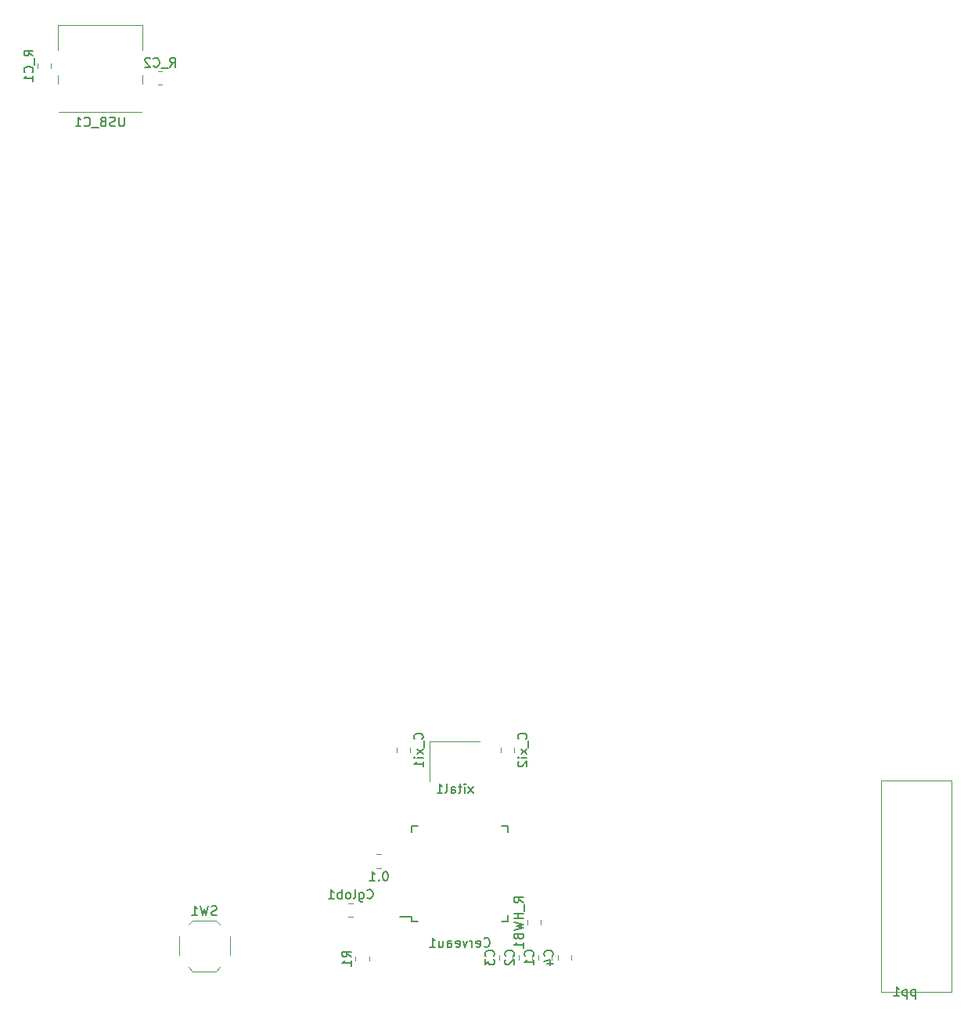
<source format=gbr>
%TF.GenerationSoftware,KiCad,Pcbnew,6.0.2+dfsg-1*%
%TF.CreationDate,2023-05-02T18:44:16+02:00*%
%TF.ProjectId,keyboard2_ctrl,6b657962-6f61-4726-9432-5f6374726c2e,rev?*%
%TF.SameCoordinates,Original*%
%TF.FileFunction,Legend,Bot*%
%TF.FilePolarity,Positive*%
%FSLAX46Y46*%
G04 Gerber Fmt 4.6, Leading zero omitted, Abs format (unit mm)*
G04 Created by KiCad (PCBNEW 6.0.2+dfsg-1) date 2023-05-02 18:44:16*
%MOMM*%
%LPD*%
G01*
G04 APERTURE LIST*
%ADD10C,0.150000*%
%ADD11C,0.120000*%
G04 APERTURE END LIST*
D10*
%TO.C,R_C1*%
X56213740Y-25988916D02*
X55737550Y-25655583D01*
X56213740Y-25417488D02*
X55213740Y-25417488D01*
X55213740Y-25798440D01*
X55261360Y-25893678D01*
X55308979Y-25941297D01*
X55404217Y-25988916D01*
X55547074Y-25988916D01*
X55642312Y-25941297D01*
X55689931Y-25893678D01*
X55737550Y-25798440D01*
X55737550Y-25417488D01*
X56308979Y-26179393D02*
X56308979Y-26941297D01*
X56118502Y-27750821D02*
X56166121Y-27703202D01*
X56213740Y-27560345D01*
X56213740Y-27465107D01*
X56166121Y-27322250D01*
X56070883Y-27227012D01*
X55975645Y-27179393D01*
X55785169Y-27131774D01*
X55642312Y-27131774D01*
X55451836Y-27179393D01*
X55356598Y-27227012D01*
X55261360Y-27322250D01*
X55213740Y-27465107D01*
X55213740Y-27560345D01*
X55261360Y-27703202D01*
X55308979Y-27750821D01*
X56213740Y-28703202D02*
X56213740Y-28131774D01*
X56213740Y-28417488D02*
X55213740Y-28417488D01*
X55356598Y-28322250D01*
X55451836Y-28227012D01*
X55499455Y-28131774D01*
%TO.C,xital1*%
X103819332Y-105706228D02*
X103295522Y-105039562D01*
X103819332Y-105039562D02*
X103295522Y-105706228D01*
X102914570Y-105706228D02*
X102914570Y-105039562D01*
X102914570Y-104706228D02*
X102962189Y-104753848D01*
X102914570Y-104801467D01*
X102866951Y-104753848D01*
X102914570Y-104706228D01*
X102914570Y-104801467D01*
X102581237Y-105039562D02*
X102200284Y-105039562D01*
X102438380Y-104706228D02*
X102438380Y-105563371D01*
X102390761Y-105658609D01*
X102295522Y-105706228D01*
X102200284Y-105706228D01*
X101438380Y-105706228D02*
X101438380Y-105182419D01*
X101485999Y-105087181D01*
X101581237Y-105039562D01*
X101771713Y-105039562D01*
X101866951Y-105087181D01*
X101438380Y-105658609D02*
X101533618Y-105706228D01*
X101771713Y-105706228D01*
X101866951Y-105658609D01*
X101914570Y-105563371D01*
X101914570Y-105468133D01*
X101866951Y-105372895D01*
X101771713Y-105325276D01*
X101533618Y-105325276D01*
X101438380Y-105277657D01*
X100819332Y-105706228D02*
X100914570Y-105658609D01*
X100962189Y-105563371D01*
X100962189Y-104706228D01*
X99914570Y-105706228D02*
X100485999Y-105706228D01*
X100200284Y-105706228D02*
X100200284Y-104706228D01*
X100295522Y-104849086D01*
X100390761Y-104944324D01*
X100485999Y-104991943D01*
%TO.C,C_xi1*%
X98302598Y-99854632D02*
X98350217Y-99807013D01*
X98397836Y-99664156D01*
X98397836Y-99568918D01*
X98350217Y-99426061D01*
X98254979Y-99330823D01*
X98159741Y-99283204D01*
X97969265Y-99235585D01*
X97826408Y-99235585D01*
X97635932Y-99283204D01*
X97540694Y-99330823D01*
X97445456Y-99426061D01*
X97397836Y-99568918D01*
X97397836Y-99664156D01*
X97445456Y-99807013D01*
X97493075Y-99854632D01*
X98493075Y-100045109D02*
X98493075Y-100807013D01*
X98397836Y-100949870D02*
X97731170Y-101473680D01*
X97731170Y-100949870D02*
X98397836Y-101473680D01*
X98397836Y-101854632D02*
X97731170Y-101854632D01*
X97397836Y-101854632D02*
X97445456Y-101807013D01*
X97493075Y-101854632D01*
X97445456Y-101902251D01*
X97397836Y-101854632D01*
X97493075Y-101854632D01*
X98397836Y-102854632D02*
X98397836Y-102283204D01*
X98397836Y-102568918D02*
X97397836Y-102568918D01*
X97540694Y-102473680D01*
X97635932Y-102378442D01*
X97683551Y-102283204D01*
%TO.C,C1*%
X110287831Y-123319424D02*
X110335450Y-123271805D01*
X110383069Y-123128948D01*
X110383069Y-123033710D01*
X110335450Y-122890852D01*
X110240212Y-122795614D01*
X110144974Y-122747995D01*
X109954498Y-122700376D01*
X109811641Y-122700376D01*
X109621165Y-122747995D01*
X109525927Y-122795614D01*
X109430689Y-122890852D01*
X109383069Y-123033710D01*
X109383069Y-123128948D01*
X109430689Y-123271805D01*
X109478308Y-123319424D01*
X110383069Y-124271805D02*
X110383069Y-123700376D01*
X110383069Y-123986091D02*
X109383069Y-123986091D01*
X109525927Y-123890852D01*
X109621165Y-123795614D01*
X109668784Y-123700376D01*
%TO.C,pp1*%
X151667324Y-126967235D02*
X151667324Y-127967235D01*
X151667324Y-127014854D02*
X151572086Y-126967235D01*
X151381609Y-126967235D01*
X151286371Y-127014854D01*
X151238752Y-127062473D01*
X151191133Y-127157711D01*
X151191133Y-127443425D01*
X151238752Y-127538663D01*
X151286371Y-127586282D01*
X151381609Y-127633901D01*
X151572086Y-127633901D01*
X151667324Y-127586282D01*
X150762562Y-126967235D02*
X150762562Y-127967235D01*
X150762562Y-127014854D02*
X150667324Y-126967235D01*
X150476847Y-126967235D01*
X150381609Y-127014854D01*
X150333990Y-127062473D01*
X150286371Y-127157711D01*
X150286371Y-127443425D01*
X150333990Y-127538663D01*
X150381609Y-127586282D01*
X150476847Y-127633901D01*
X150667324Y-127633901D01*
X150762562Y-127586282D01*
X149333990Y-127633901D02*
X149905419Y-127633901D01*
X149619705Y-127633901D02*
X149619705Y-126633901D01*
X149714943Y-126776759D01*
X149810181Y-126871997D01*
X149905419Y-126919616D01*
%TO.C,C2*%
X108161124Y-123319424D02*
X108208743Y-123271805D01*
X108256362Y-123128948D01*
X108256362Y-123033710D01*
X108208743Y-122890852D01*
X108113505Y-122795614D01*
X108018267Y-122747995D01*
X107827791Y-122700376D01*
X107684934Y-122700376D01*
X107494458Y-122747995D01*
X107399220Y-122795614D01*
X107303982Y-122890852D01*
X107256362Y-123033710D01*
X107256362Y-123128948D01*
X107303982Y-123271805D01*
X107351601Y-123319424D01*
X107351601Y-123700376D02*
X107303982Y-123747995D01*
X107256362Y-123843233D01*
X107256362Y-124081329D01*
X107303982Y-124176567D01*
X107351601Y-124224186D01*
X107446839Y-124271805D01*
X107542077Y-124271805D01*
X107684934Y-124224186D01*
X108256362Y-123652757D01*
X108256362Y-124271805D01*
%TO.C,Cerveau1*%
X104993858Y-122260458D02*
X105041477Y-122308077D01*
X105184334Y-122355696D01*
X105279572Y-122355696D01*
X105422430Y-122308077D01*
X105517668Y-122212839D01*
X105565287Y-122117601D01*
X105612906Y-121927125D01*
X105612906Y-121784268D01*
X105565287Y-121593792D01*
X105517668Y-121498554D01*
X105422430Y-121403316D01*
X105279572Y-121355696D01*
X105184334Y-121355696D01*
X105041477Y-121403316D01*
X104993858Y-121450935D01*
X104184334Y-122308077D02*
X104279572Y-122355696D01*
X104470049Y-122355696D01*
X104565287Y-122308077D01*
X104612906Y-122212839D01*
X104612906Y-121831887D01*
X104565287Y-121736649D01*
X104470049Y-121689030D01*
X104279572Y-121689030D01*
X104184334Y-121736649D01*
X104136715Y-121831887D01*
X104136715Y-121927125D01*
X104612906Y-122022363D01*
X103708144Y-122355696D02*
X103708144Y-121689030D01*
X103708144Y-121879506D02*
X103660525Y-121784268D01*
X103612906Y-121736649D01*
X103517668Y-121689030D01*
X103422430Y-121689030D01*
X103184334Y-121689030D02*
X102946239Y-122355696D01*
X102708144Y-121689030D01*
X101946239Y-122308077D02*
X102041477Y-122355696D01*
X102231953Y-122355696D01*
X102327191Y-122308077D01*
X102374811Y-122212839D01*
X102374811Y-121831887D01*
X102327191Y-121736649D01*
X102231953Y-121689030D01*
X102041477Y-121689030D01*
X101946239Y-121736649D01*
X101898620Y-121831887D01*
X101898620Y-121927125D01*
X102374811Y-122022363D01*
X101041477Y-122355696D02*
X101041477Y-121831887D01*
X101089096Y-121736649D01*
X101184334Y-121689030D01*
X101374811Y-121689030D01*
X101470049Y-121736649D01*
X101041477Y-122308077D02*
X101136715Y-122355696D01*
X101374811Y-122355696D01*
X101470049Y-122308077D01*
X101517668Y-122212839D01*
X101517668Y-122117601D01*
X101470049Y-122022363D01*
X101374811Y-121974744D01*
X101136715Y-121974744D01*
X101041477Y-121927125D01*
X100136715Y-121689030D02*
X100136715Y-122355696D01*
X100565287Y-121689030D02*
X100565287Y-122212839D01*
X100517668Y-122308077D01*
X100422430Y-122355696D01*
X100279572Y-122355696D01*
X100184334Y-122308077D01*
X100136715Y-122260458D01*
X99136715Y-122355696D02*
X99708144Y-122355696D01*
X99422430Y-122355696D02*
X99422430Y-121355696D01*
X99517668Y-121498554D01*
X99612906Y-121593792D01*
X99708144Y-121641411D01*
%TO.C,SW1*%
X76074039Y-118875525D02*
X75931182Y-118923144D01*
X75693086Y-118923144D01*
X75597848Y-118875525D01*
X75550229Y-118827906D01*
X75502610Y-118732668D01*
X75502610Y-118637430D01*
X75550229Y-118542192D01*
X75597848Y-118494573D01*
X75693086Y-118446954D01*
X75883563Y-118399335D01*
X75978801Y-118351716D01*
X76026420Y-118304097D01*
X76074039Y-118208859D01*
X76074039Y-118113621D01*
X76026420Y-118018383D01*
X75978801Y-117970764D01*
X75883563Y-117923144D01*
X75645467Y-117923144D01*
X75502610Y-117970764D01*
X75169277Y-117923144D02*
X74931182Y-118923144D01*
X74740706Y-118208859D01*
X74550229Y-118923144D01*
X74312134Y-117923144D01*
X73407372Y-118923144D02*
X73978801Y-118923144D01*
X73693086Y-118923144D02*
X73693086Y-117923144D01*
X73788325Y-118066002D01*
X73883563Y-118161240D01*
X73978801Y-118208859D01*
%TO.C,C_xi2*%
X109543491Y-99855828D02*
X109591110Y-99808209D01*
X109638729Y-99665352D01*
X109638729Y-99570114D01*
X109591110Y-99427257D01*
X109495872Y-99332019D01*
X109400634Y-99284400D01*
X109210158Y-99236781D01*
X109067301Y-99236781D01*
X108876825Y-99284400D01*
X108781587Y-99332019D01*
X108686349Y-99427257D01*
X108638729Y-99570114D01*
X108638729Y-99665352D01*
X108686349Y-99808209D01*
X108733968Y-99855828D01*
X109733968Y-100046305D02*
X109733968Y-100808209D01*
X109638729Y-100951066D02*
X108972063Y-101474876D01*
X108972063Y-100951066D02*
X109638729Y-101474876D01*
X109638729Y-101855828D02*
X108972063Y-101855828D01*
X108638729Y-101855828D02*
X108686349Y-101808209D01*
X108733968Y-101855828D01*
X108686349Y-101903447D01*
X108638729Y-101855828D01*
X108733968Y-101855828D01*
X108733968Y-102284400D02*
X108686349Y-102332019D01*
X108638729Y-102427257D01*
X108638729Y-102665352D01*
X108686349Y-102760590D01*
X108733968Y-102808209D01*
X108829206Y-102855828D01*
X108924444Y-102855828D01*
X109067301Y-102808209D01*
X109638729Y-102236781D01*
X109638729Y-102855828D01*
%TO.C,R_C2*%
X71000541Y-27184972D02*
X71333874Y-26708782D01*
X71571969Y-27184972D02*
X71571969Y-26184972D01*
X71191017Y-26184972D01*
X71095779Y-26232592D01*
X71048160Y-26280211D01*
X71000541Y-26375449D01*
X71000541Y-26518306D01*
X71048160Y-26613544D01*
X71095779Y-26661163D01*
X71191017Y-26708782D01*
X71571969Y-26708782D01*
X70810064Y-27280211D02*
X70048160Y-27280211D01*
X69238636Y-27089734D02*
X69286255Y-27137353D01*
X69429112Y-27184972D01*
X69524350Y-27184972D01*
X69667207Y-27137353D01*
X69762445Y-27042115D01*
X69810064Y-26946877D01*
X69857683Y-26756401D01*
X69857683Y-26613544D01*
X69810064Y-26423068D01*
X69762445Y-26327830D01*
X69667207Y-26232592D01*
X69524350Y-26184972D01*
X69429112Y-26184972D01*
X69286255Y-26232592D01*
X69238636Y-26280211D01*
X68857683Y-26280211D02*
X68810064Y-26232592D01*
X68714826Y-26184972D01*
X68476731Y-26184972D01*
X68381493Y-26232592D01*
X68333874Y-26280211D01*
X68286255Y-26375449D01*
X68286255Y-26470687D01*
X68333874Y-26613544D01*
X68905302Y-27184972D01*
X68286255Y-27184972D01*
%TO.C,USB_C1*%
X66081961Y-32605766D02*
X66081961Y-33415290D01*
X66034342Y-33510528D01*
X65986723Y-33558147D01*
X65891485Y-33605766D01*
X65701009Y-33605766D01*
X65605771Y-33558147D01*
X65558152Y-33510528D01*
X65510533Y-33415290D01*
X65510533Y-32605766D01*
X65081961Y-33558147D02*
X64939104Y-33605766D01*
X64701009Y-33605766D01*
X64605771Y-33558147D01*
X64558152Y-33510528D01*
X64510533Y-33415290D01*
X64510533Y-33320052D01*
X64558152Y-33224814D01*
X64605771Y-33177195D01*
X64701009Y-33129576D01*
X64891485Y-33081957D01*
X64986723Y-33034338D01*
X65034342Y-32986719D01*
X65081961Y-32891481D01*
X65081961Y-32796243D01*
X65034342Y-32701005D01*
X64986723Y-32653386D01*
X64891485Y-32605766D01*
X64653390Y-32605766D01*
X64510533Y-32653386D01*
X63748628Y-33081957D02*
X63605771Y-33129576D01*
X63558152Y-33177195D01*
X63510533Y-33272433D01*
X63510533Y-33415290D01*
X63558152Y-33510528D01*
X63605771Y-33558147D01*
X63701009Y-33605766D01*
X64081961Y-33605766D01*
X64081961Y-32605766D01*
X63748628Y-32605766D01*
X63653390Y-32653386D01*
X63605771Y-32701005D01*
X63558152Y-32796243D01*
X63558152Y-32891481D01*
X63605771Y-32986719D01*
X63653390Y-33034338D01*
X63748628Y-33081957D01*
X64081961Y-33081957D01*
X63320056Y-33701005D02*
X62558152Y-33701005D01*
X61748628Y-33510528D02*
X61796247Y-33558147D01*
X61939104Y-33605766D01*
X62034342Y-33605766D01*
X62177199Y-33558147D01*
X62272437Y-33462909D01*
X62320056Y-33367671D01*
X62367675Y-33177195D01*
X62367675Y-33034338D01*
X62320056Y-32843862D01*
X62272437Y-32748624D01*
X62177199Y-32653386D01*
X62034342Y-32605766D01*
X61939104Y-32605766D01*
X61796247Y-32653386D01*
X61748628Y-32701005D01*
X60796247Y-33605766D02*
X61367675Y-33605766D01*
X61081961Y-33605766D02*
X61081961Y-32605766D01*
X61177199Y-32748624D01*
X61272437Y-32843862D01*
X61367675Y-32891481D01*
%TO.C,C4*%
X112392384Y-123319424D02*
X112440003Y-123271805D01*
X112487622Y-123128948D01*
X112487622Y-123033710D01*
X112440003Y-122890852D01*
X112344765Y-122795614D01*
X112249527Y-122747995D01*
X112059051Y-122700376D01*
X111916194Y-122700376D01*
X111725718Y-122747995D01*
X111630480Y-122795614D01*
X111535242Y-122890852D01*
X111487622Y-123033710D01*
X111487622Y-123128948D01*
X111535242Y-123271805D01*
X111582861Y-123319424D01*
X111820956Y-124176567D02*
X112487622Y-124176567D01*
X111440003Y-123938471D02*
X112154289Y-123700376D01*
X112154289Y-124319424D01*
%TO.C,0.1*%
X94375112Y-114188340D02*
X94279874Y-114188340D01*
X94184636Y-114235960D01*
X94137017Y-114283579D01*
X94089398Y-114378817D01*
X94041779Y-114569293D01*
X94041779Y-114807388D01*
X94089398Y-114997864D01*
X94137017Y-115093102D01*
X94184636Y-115140721D01*
X94279874Y-115188340D01*
X94375112Y-115188340D01*
X94470350Y-115140721D01*
X94517969Y-115093102D01*
X94565588Y-114997864D01*
X94613208Y-114807388D01*
X94613208Y-114569293D01*
X94565588Y-114378817D01*
X94517969Y-114283579D01*
X94470350Y-114235960D01*
X94375112Y-114188340D01*
X93613208Y-115093102D02*
X93565588Y-115140721D01*
X93613208Y-115188340D01*
X93660827Y-115140721D01*
X93613208Y-115093102D01*
X93613208Y-115188340D01*
X92613208Y-115188340D02*
X93184636Y-115188340D01*
X92898922Y-115188340D02*
X92898922Y-114188340D01*
X92994160Y-114331198D01*
X93089398Y-114426436D01*
X93184636Y-114474055D01*
%TO.C,R_HWB1*%
X109230139Y-117524777D02*
X108753949Y-117191444D01*
X109230139Y-116953349D02*
X108230139Y-116953349D01*
X108230139Y-117334301D01*
X108277759Y-117429539D01*
X108325378Y-117477158D01*
X108420616Y-117524777D01*
X108563473Y-117524777D01*
X108658711Y-117477158D01*
X108706330Y-117429539D01*
X108753949Y-117334301D01*
X108753949Y-116953349D01*
X109325378Y-117715254D02*
X109325378Y-118477158D01*
X109230139Y-118715254D02*
X108230139Y-118715254D01*
X108706330Y-118715254D02*
X108706330Y-119286682D01*
X109230139Y-119286682D02*
X108230139Y-119286682D01*
X108230139Y-119667635D02*
X109230139Y-119905730D01*
X108515854Y-120096206D01*
X109230139Y-120286682D01*
X108230139Y-120524777D01*
X108706330Y-121239063D02*
X108753949Y-121381920D01*
X108801568Y-121429539D01*
X108896806Y-121477158D01*
X109039663Y-121477158D01*
X109134901Y-121429539D01*
X109182520Y-121381920D01*
X109230139Y-121286682D01*
X109230139Y-120905730D01*
X108230139Y-120905730D01*
X108230139Y-121239063D01*
X108277759Y-121334301D01*
X108325378Y-121381920D01*
X108420616Y-121429539D01*
X108515854Y-121429539D01*
X108611092Y-121381920D01*
X108658711Y-121334301D01*
X108706330Y-121239063D01*
X108706330Y-120905730D01*
X109230139Y-122429539D02*
X109230139Y-121858111D01*
X109230139Y-122143825D02*
X108230139Y-122143825D01*
X108372997Y-122048587D01*
X108468235Y-121953349D01*
X108515854Y-121858111D01*
%TO.C,R1*%
X90624067Y-123425436D02*
X90147877Y-123092103D01*
X90624067Y-122854007D02*
X89624067Y-122854007D01*
X89624067Y-123234960D01*
X89671687Y-123330198D01*
X89719306Y-123377817D01*
X89814544Y-123425436D01*
X89957401Y-123425436D01*
X90052639Y-123377817D01*
X90100258Y-123330198D01*
X90147877Y-123234960D01*
X90147877Y-122854007D01*
X90624067Y-124377817D02*
X90624067Y-123806388D01*
X90624067Y-124092103D02*
X89624067Y-124092103D01*
X89766925Y-123996864D01*
X89862163Y-123901626D01*
X89909782Y-123806388D01*
%TO.C,Cglob1*%
X92356857Y-117041030D02*
X92404476Y-117088649D01*
X92547333Y-117136268D01*
X92642571Y-117136268D01*
X92785428Y-117088649D01*
X92880666Y-116993411D01*
X92928285Y-116898173D01*
X92975904Y-116707697D01*
X92975904Y-116564840D01*
X92928285Y-116374364D01*
X92880666Y-116279126D01*
X92785428Y-116183888D01*
X92642571Y-116136268D01*
X92547333Y-116136268D01*
X92404476Y-116183888D01*
X92356857Y-116231507D01*
X91499714Y-116469602D02*
X91499714Y-117279126D01*
X91547333Y-117374364D01*
X91594952Y-117421983D01*
X91690190Y-117469602D01*
X91833047Y-117469602D01*
X91928285Y-117421983D01*
X91499714Y-117088649D02*
X91594952Y-117136268D01*
X91785428Y-117136268D01*
X91880666Y-117088649D01*
X91928285Y-117041030D01*
X91975904Y-116945792D01*
X91975904Y-116660078D01*
X91928285Y-116564840D01*
X91880666Y-116517221D01*
X91785428Y-116469602D01*
X91594952Y-116469602D01*
X91499714Y-116517221D01*
X90880666Y-117136268D02*
X90975904Y-117088649D01*
X91023523Y-116993411D01*
X91023523Y-116136268D01*
X90356857Y-117136268D02*
X90452095Y-117088649D01*
X90499714Y-117041030D01*
X90547333Y-116945792D01*
X90547333Y-116660078D01*
X90499714Y-116564840D01*
X90452095Y-116517221D01*
X90356857Y-116469602D01*
X90214000Y-116469602D01*
X90118762Y-116517221D01*
X90071143Y-116564840D01*
X90023523Y-116660078D01*
X90023523Y-116945792D01*
X90071143Y-117041030D01*
X90118762Y-117088649D01*
X90214000Y-117136268D01*
X90356857Y-117136268D01*
X89594952Y-117136268D02*
X89594952Y-116136268D01*
X89594952Y-116517221D02*
X89499714Y-116469602D01*
X89309238Y-116469602D01*
X89214000Y-116517221D01*
X89166381Y-116564840D01*
X89118762Y-116660078D01*
X89118762Y-116945792D01*
X89166381Y-117041030D01*
X89214000Y-117088649D01*
X89309238Y-117136268D01*
X89499714Y-117136268D01*
X89594952Y-117088649D01*
X88166381Y-117136268D02*
X88737809Y-117136268D01*
X88452095Y-117136268D02*
X88452095Y-116136268D01*
X88547333Y-116279126D01*
X88642571Y-116374364D01*
X88737809Y-116421983D01*
%TO.C,C3*%
X106012264Y-123319424D02*
X106059883Y-123271805D01*
X106107502Y-123128948D01*
X106107502Y-123033710D01*
X106059883Y-122890852D01*
X105964645Y-122795614D01*
X105869407Y-122747995D01*
X105678931Y-122700376D01*
X105536074Y-122700376D01*
X105345598Y-122747995D01*
X105250360Y-122795614D01*
X105155122Y-122890852D01*
X105107502Y-123033710D01*
X105107502Y-123128948D01*
X105155122Y-123271805D01*
X105202741Y-123319424D01*
X105107502Y-123652757D02*
X105107502Y-124271805D01*
X105488455Y-123938471D01*
X105488455Y-124081329D01*
X105536074Y-124176567D01*
X105583693Y-124224186D01*
X105678931Y-124271805D01*
X105917026Y-124271805D01*
X106012264Y-124224186D01*
X106059883Y-124176567D01*
X106107502Y-124081329D01*
X106107502Y-123795614D01*
X106059883Y-123700376D01*
X106012264Y-123652757D01*
D11*
%TO.C,R_C1*%
X56676360Y-26809472D02*
X56676360Y-27263600D01*
X58146360Y-26809472D02*
X58146360Y-27263600D01*
%TO.C,xital1*%
X99143142Y-104453848D02*
X99143142Y-100153848D01*
X99143142Y-100153848D02*
X104543142Y-100153848D01*
%TO.C,C_xi1*%
X95530456Y-101306361D02*
X95530456Y-100783857D01*
X97000456Y-101306361D02*
X97000456Y-100783857D01*
%TO.C,C1*%
X112345689Y-123224839D02*
X112345689Y-123747343D01*
X110875689Y-123224839D02*
X110875689Y-123747343D01*
%TO.C,pp1*%
X155604467Y-104321521D02*
X147984467Y-104321521D01*
X147984467Y-104321521D02*
X147984467Y-127181521D01*
X147984467Y-127181521D02*
X155604467Y-127181521D01*
X155604467Y-127181521D02*
X155604467Y-104321521D01*
%TO.C,C2*%
X108748982Y-123224839D02*
X108748982Y-123747343D01*
X110218982Y-123224839D02*
X110218982Y-123747343D01*
D10*
%TO.C,Cerveau1*%
X97199811Y-109278316D02*
X97874811Y-109278316D01*
X97199811Y-119628316D02*
X97199811Y-119053316D01*
X107549811Y-119628316D02*
X106874811Y-119628316D01*
X97199811Y-109278316D02*
X97199811Y-109953316D01*
X107549811Y-119628316D02*
X107549811Y-118953316D01*
X107549811Y-109278316D02*
X106874811Y-109278316D01*
X107549811Y-109278316D02*
X107549811Y-109953316D01*
X97199811Y-119628316D02*
X97874811Y-119628316D01*
X97199811Y-119053316D02*
X95924811Y-119053316D01*
D11*
%TO.C,SW1*%
X73040706Y-124520764D02*
X73490706Y-124970764D01*
X77490706Y-121220764D02*
X77490706Y-123220764D01*
X76440706Y-119920764D02*
X75990706Y-119470764D01*
X75990706Y-124970764D02*
X73490706Y-124970764D01*
X71990706Y-121220764D02*
X71990706Y-123220764D01*
X75990706Y-119470764D02*
X73490706Y-119470764D01*
X73040706Y-119920764D02*
X73490706Y-119470764D01*
X76440706Y-124520764D02*
X75990706Y-124970764D01*
%TO.C,C_xi2*%
X106771349Y-101307557D02*
X106771349Y-100785053D01*
X108241349Y-101307557D02*
X108241349Y-100785053D01*
%TO.C,R_C2*%
X70179986Y-29117592D02*
X69725858Y-29117592D01*
X70179986Y-27647592D02*
X69725858Y-27647592D01*
%TO.C,USB_C1*%
X68057914Y-25353386D02*
X68057914Y-22623386D01*
X58867914Y-28953386D02*
X58867914Y-28053386D01*
X68057914Y-28953386D02*
X68057914Y-28053386D01*
X58987914Y-32033386D02*
X67937914Y-32033386D01*
X58867914Y-22623386D02*
X68057914Y-22623386D01*
X58867914Y-25353386D02*
X58867914Y-22623386D01*
%TO.C,C4*%
X112980242Y-123224839D02*
X112980242Y-123747343D01*
X114450242Y-123224839D02*
X114450242Y-123747343D01*
%TO.C,0.1*%
X93351956Y-113790960D02*
X93874460Y-113790960D01*
X93351956Y-112320960D02*
X93874460Y-112320960D01*
%TO.C,R_HWB1*%
X109692759Y-119440571D02*
X109692759Y-119894699D01*
X111162759Y-119440571D02*
X111162759Y-119894699D01*
%TO.C,R1*%
X91086687Y-123365039D02*
X91086687Y-123819167D01*
X92556687Y-123365039D02*
X92556687Y-123819167D01*
%TO.C,Cglob1*%
X90832395Y-119098888D02*
X90309891Y-119098888D01*
X90832395Y-117628888D02*
X90309891Y-117628888D01*
%TO.C,C3*%
X108070122Y-123224839D02*
X108070122Y-123747343D01*
X106600122Y-123224839D02*
X106600122Y-123747343D01*
%TD*%
M02*

</source>
